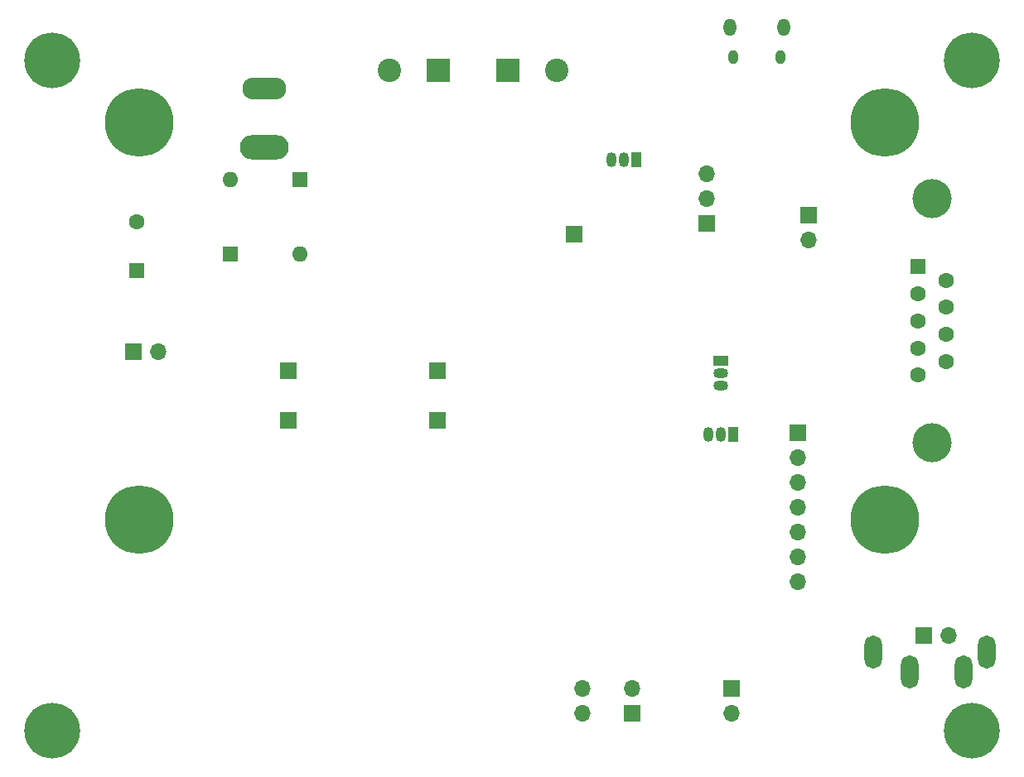
<source format=gbr>
%TF.GenerationSoftware,KiCad,Pcbnew,7.0.2*%
%TF.CreationDate,2024-01-05T23:58:43-08:00*%
%TF.ProjectId,MK_KS,4d4b5f4b-532e-46b6-9963-61645f706362,1.0*%
%TF.SameCoordinates,Original*%
%TF.FileFunction,Soldermask,Bot*%
%TF.FilePolarity,Negative*%
%FSLAX46Y46*%
G04 Gerber Fmt 4.6, Leading zero omitted, Abs format (unit mm)*
G04 Created by KiCad (PCBNEW 7.0.2) date 2024-01-05 23:58:43*
%MOMM*%
%LPD*%
G01*
G04 APERTURE LIST*
%ADD10R,1.700000X1.700000*%
%ADD11O,1.700000X1.700000*%
%ADD12R,1.500000X1.050000*%
%ADD13O,1.500000X1.050000*%
%ADD14C,4.000000*%
%ADD15R,1.600000X1.600000*%
%ADD16C,1.600000*%
%ADD17C,3.600000*%
%ADD18C,5.700000*%
%ADD19R,2.400000X2.400000*%
%ADD20C,2.400000*%
%ADD21O,1.804000X3.404000*%
%ADD22O,1.600000X1.600000*%
%ADD23C,4.700000*%
%ADD24C,7.000000*%
%ADD25O,5.000000X2.500000*%
%ADD26O,4.500000X2.250000*%
%ADD27R,1.050000X1.500000*%
%ADD28O,1.050000X1.500000*%
%ADD29O,1.300000X1.800000*%
%ADD30O,1.050000X1.450000*%
G04 APERTURE END LIST*
D10*
%TO.C,OPa2*%
X69494400Y-128447800D03*
D11*
X72034400Y-128447800D03*
%TD*%
D12*
%TO.C,Q2*%
X129565400Y-129336800D03*
D13*
X129565400Y-130606800D03*
X129565400Y-131876800D03*
%TD*%
D10*
%TO.C,TP5*%
X100609400Y-135432800D03*
%TD*%
D14*
%TO.C,J3*%
X151157069Y-137762800D03*
X151157069Y-112762800D03*
D15*
X149737069Y-119722800D03*
D16*
X149737069Y-122492800D03*
X149737069Y-125262800D03*
X149737069Y-128032800D03*
X149737069Y-130802800D03*
X152577069Y-121107800D03*
X152577069Y-123877800D03*
X152577069Y-126647800D03*
X152577069Y-129417800D03*
%TD*%
D17*
%TO.C,M_KSI4*%
X61239400Y-167182800D03*
D18*
X61239400Y-167182800D03*
%TD*%
D10*
%TO.C,JP3*%
X150317200Y-157429200D03*
D11*
X152857200Y-157429200D03*
%TD*%
D19*
%TO.C,ST1*%
X100709400Y-99627800D03*
D20*
X95709400Y-99627800D03*
%TD*%
D21*
%TO.C,J5*%
X156733400Y-159155300D03*
X154333400Y-161155300D03*
X148833400Y-161155300D03*
X145133400Y-159155300D03*
%TD*%
D10*
%TO.C,TP1*%
X114579400Y-116382800D03*
%TD*%
%TO.C,OPa1*%
X128143000Y-115316000D03*
D11*
X128143000Y-112776000D03*
X128143000Y-110236000D03*
%TD*%
D10*
%TO.C,TP2*%
X85369400Y-135432800D03*
%TD*%
D17*
%TO.C,M_KSI1*%
X61239400Y-98602800D03*
D18*
X61239400Y-98602800D03*
%TD*%
D10*
%TO.C,TP4*%
X100609400Y-130352800D03*
%TD*%
D15*
%TO.C,C3*%
X69875400Y-120080851D03*
D16*
X69875400Y-115080851D03*
%TD*%
D15*
%TO.C,D4*%
X86537800Y-110794800D03*
D22*
X86537800Y-118414800D03*
%TD*%
D23*
%TO.C,SHLD-1*%
X70129400Y-104952800D03*
D24*
X70129400Y-104952800D03*
%TD*%
D23*
%TO.C,SHLD-2*%
X146329400Y-104952800D03*
D24*
X146329400Y-104952800D03*
%TD*%
D11*
%TO.C,SW1*%
X120528400Y-162884800D03*
D10*
X120528400Y-165424800D03*
D11*
X115448400Y-162884800D03*
X115448400Y-165424800D03*
%TD*%
D10*
%TO.C,JP2*%
X130688400Y-162859800D03*
D11*
X130688400Y-165399800D03*
%TD*%
D10*
%TO.C,JP1*%
X138573000Y-114403200D03*
D11*
X138573000Y-116943200D03*
%TD*%
D25*
%TO.C,J2*%
X82880200Y-107489100D03*
D26*
X82880200Y-101489100D03*
%TD*%
D17*
%TO.C,M_KSI2*%
X155219400Y-98602800D03*
D18*
X155219400Y-98602800D03*
%TD*%
D19*
%TO.C,ST2*%
X107774400Y-99627800D03*
D20*
X112774400Y-99627800D03*
%TD*%
D23*
%TO.C,SHLD-4*%
X70129400Y-145592800D03*
D24*
X70129400Y-145592800D03*
%TD*%
D10*
%TO.C,TP3*%
X85369400Y-130352800D03*
%TD*%
D27*
%TO.C,Q4*%
X120929400Y-108762800D03*
D28*
X119659400Y-108762800D03*
X118389400Y-108762800D03*
%TD*%
D15*
%TO.C,D2*%
X79425800Y-118414800D03*
D22*
X79425800Y-110794800D03*
%TD*%
D17*
%TO.C,M_KSI3*%
X155219400Y-167182800D03*
D18*
X155219400Y-167182800D03*
%TD*%
D29*
%TO.C,J1*%
X135978000Y-95211800D03*
D30*
X135678000Y-98241800D03*
X130828000Y-98241800D03*
D29*
X130528000Y-95211800D03*
%TD*%
D27*
%TO.C,Q1*%
X130835400Y-136850800D03*
D28*
X129565400Y-136850800D03*
X128295400Y-136850800D03*
%TD*%
D23*
%TO.C,SHLD-3*%
X146329400Y-145592800D03*
D24*
X146329400Y-145592800D03*
%TD*%
D10*
%TO.C,J4*%
X137439400Y-136702800D03*
D11*
X137439400Y-139242800D03*
X137439400Y-141782800D03*
X137439400Y-144322800D03*
X137439400Y-146862800D03*
X137439400Y-149402800D03*
X137439400Y-151942800D03*
%TD*%
M02*

</source>
